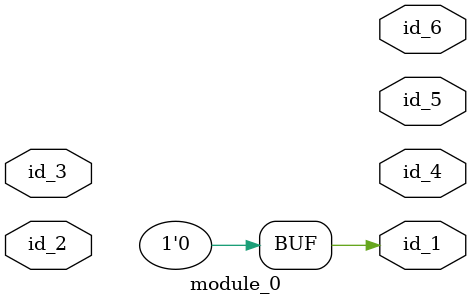
<source format=v>
`define pp_6 0
module module_0 (
    id_1,
    id_2,
    id_3,
    id_4,
    id_5,
    id_6
);
  output id_6;
  output id_5;
  output id_4;
  input id_3;
  input id_2;
  output id_1;
  assign id_1 = 1'h0;
endmodule

</source>
